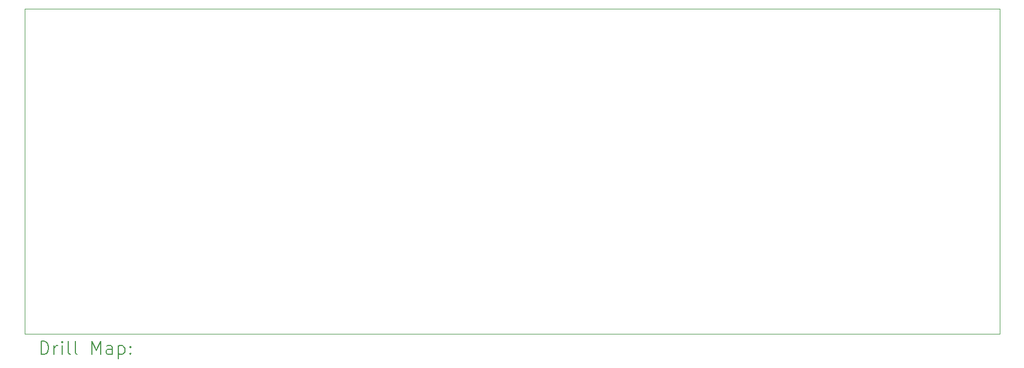
<source format=gbr>
%TF.GenerationSoftware,KiCad,Pcbnew,(6.0.10-0)*%
%TF.CreationDate,2023-02-08T11:03:38+05:30*%
%TF.ProjectId,dbe_dcdc,6462655f-6463-4646-932e-6b696361645f,rev?*%
%TF.SameCoordinates,Original*%
%TF.FileFunction,Drillmap*%
%TF.FilePolarity,Positive*%
%FSLAX45Y45*%
G04 Gerber Fmt 4.5, Leading zero omitted, Abs format (unit mm)*
G04 Created by KiCad (PCBNEW (6.0.10-0)) date 2023-02-08 11:03:38*
%MOMM*%
%LPD*%
G01*
G04 APERTURE LIST*
%ADD10C,0.100000*%
%ADD11C,0.200000*%
G04 APERTURE END LIST*
D10*
X2000000Y-6050000D02*
X17000000Y-6050000D01*
X17000000Y-6050000D02*
X17000000Y-11050000D01*
X17000000Y-11050000D02*
X2000000Y-11050000D01*
X2000000Y-11050000D02*
X2000000Y-6050000D01*
D11*
X2252619Y-11365476D02*
X2252619Y-11165476D01*
X2300238Y-11165476D01*
X2328810Y-11175000D01*
X2347857Y-11194048D01*
X2357381Y-11213095D01*
X2366905Y-11251190D01*
X2366905Y-11279762D01*
X2357381Y-11317857D01*
X2347857Y-11336905D01*
X2328810Y-11355952D01*
X2300238Y-11365476D01*
X2252619Y-11365476D01*
X2452619Y-11365476D02*
X2452619Y-11232143D01*
X2452619Y-11270238D02*
X2462143Y-11251190D01*
X2471667Y-11241667D01*
X2490714Y-11232143D01*
X2509762Y-11232143D01*
X2576429Y-11365476D02*
X2576429Y-11232143D01*
X2576429Y-11165476D02*
X2566905Y-11175000D01*
X2576429Y-11184524D01*
X2585952Y-11175000D01*
X2576429Y-11165476D01*
X2576429Y-11184524D01*
X2700238Y-11365476D02*
X2681190Y-11355952D01*
X2671667Y-11336905D01*
X2671667Y-11165476D01*
X2805000Y-11365476D02*
X2785952Y-11355952D01*
X2776429Y-11336905D01*
X2776429Y-11165476D01*
X3033571Y-11365476D02*
X3033571Y-11165476D01*
X3100238Y-11308333D01*
X3166905Y-11165476D01*
X3166905Y-11365476D01*
X3347857Y-11365476D02*
X3347857Y-11260714D01*
X3338333Y-11241667D01*
X3319286Y-11232143D01*
X3281190Y-11232143D01*
X3262143Y-11241667D01*
X3347857Y-11355952D02*
X3328809Y-11365476D01*
X3281190Y-11365476D01*
X3262143Y-11355952D01*
X3252619Y-11336905D01*
X3252619Y-11317857D01*
X3262143Y-11298809D01*
X3281190Y-11289286D01*
X3328809Y-11289286D01*
X3347857Y-11279762D01*
X3443095Y-11232143D02*
X3443095Y-11432143D01*
X3443095Y-11241667D02*
X3462143Y-11232143D01*
X3500238Y-11232143D01*
X3519286Y-11241667D01*
X3528809Y-11251190D01*
X3538333Y-11270238D01*
X3538333Y-11327381D01*
X3528809Y-11346428D01*
X3519286Y-11355952D01*
X3500238Y-11365476D01*
X3462143Y-11365476D01*
X3443095Y-11355952D01*
X3624048Y-11346428D02*
X3633571Y-11355952D01*
X3624048Y-11365476D01*
X3614524Y-11355952D01*
X3624048Y-11346428D01*
X3624048Y-11365476D01*
X3624048Y-11241667D02*
X3633571Y-11251190D01*
X3624048Y-11260714D01*
X3614524Y-11251190D01*
X3624048Y-11241667D01*
X3624048Y-11260714D01*
M02*

</source>
